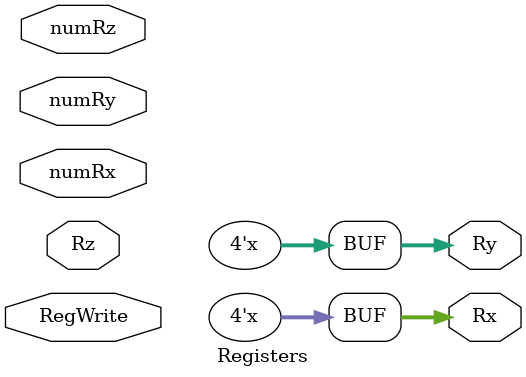
<source format=v>
module Registers(
  input [1:0] numRx,
  input [1:0] numRy,
  input [1:0] numRz,
  input [3:0] Rz,
  input RegWrite,
  output reg [3:0] Rx,
  output reg [3:0] Ry);

  reg [3:0] Data[3:0];

  always @(numRx, numRy, numRz, Rz, RegWrite) begin

    Rx = Data[numRx];
    Ry = Data[numRy];

    if (RegWrite == 1) begin
      Data[numRz] = Rz;
    end
  end
endmodule
</source>
